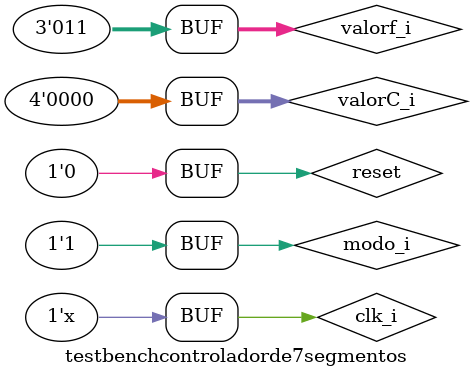
<source format=v>
`timescale 1ns / 1ps


module testbenchcontroladorde7segmentos;

	// Inputs
	reg modo_i;
	reg [2:0] valorf_i;
	reg [3:0] valorC_i;
	reg clk_i;
	reg reset;

	// Outputs
	wire A;
	wire B;
	wire C;
	wire D;
	wire E;
	wire F;
	wire G;
	wire An0;
	wire An1;
	wire An2;
	wire An3;

	// Instantiate the Unit Under Test (UUT)
	controladordelos7seg uut (
		.modo_i(modo_i), 
		.valorf_i(valorf_i), 
		.valorC_i(valorC_i), 
		.clk_i(clk_i), 
		.reset(reset), 
		.A(A), 
		.B(B), 
		.C(C), 
		.D(D), 
		.E(E), 
		.F(F), 
		.G(G), 
		.An0(An0), 
		.An1(An1), 
		.An2(An2), 
		.An3(An3)
	);

	initial begin
		// Initialize Inputs
		modo_i = 0;	valorf_i = 3'b000; valorC_i = 0;clk_i = 0; reset = 0;#100
		modo_i = 1'b0;	valorf_i = 3'b000; valorC_i = 0; reset = 0;#100
		modo_i = 0;	valorf_i = 3'b001; valorC_i = 0; reset = 0;#100
		modo_i = 1;	valorf_i = 3'b001; valorC_i = 0; reset = 0;#100
		modo_i = 0;	valorf_i = 3'b010; valorC_i = 0; reset = 0;#100
		modo_i = 1;	valorf_i = 3'b010; valorC_i = 0; reset = 0;#100
		modo_i = 0;	valorf_i = 3'b011; valorC_i = 0; reset = 0;#100
		modo_i = 1;	valorf_i = 3'b011; valorC_i = 0; reset = 0;#100

		// Wait 100 ns for global reset to finish
		#100;
        
		// Add stimulus here

	end
	
	always 
	begin
	#100 clk_i=~clk_i;
	end
      
endmodule


</source>
